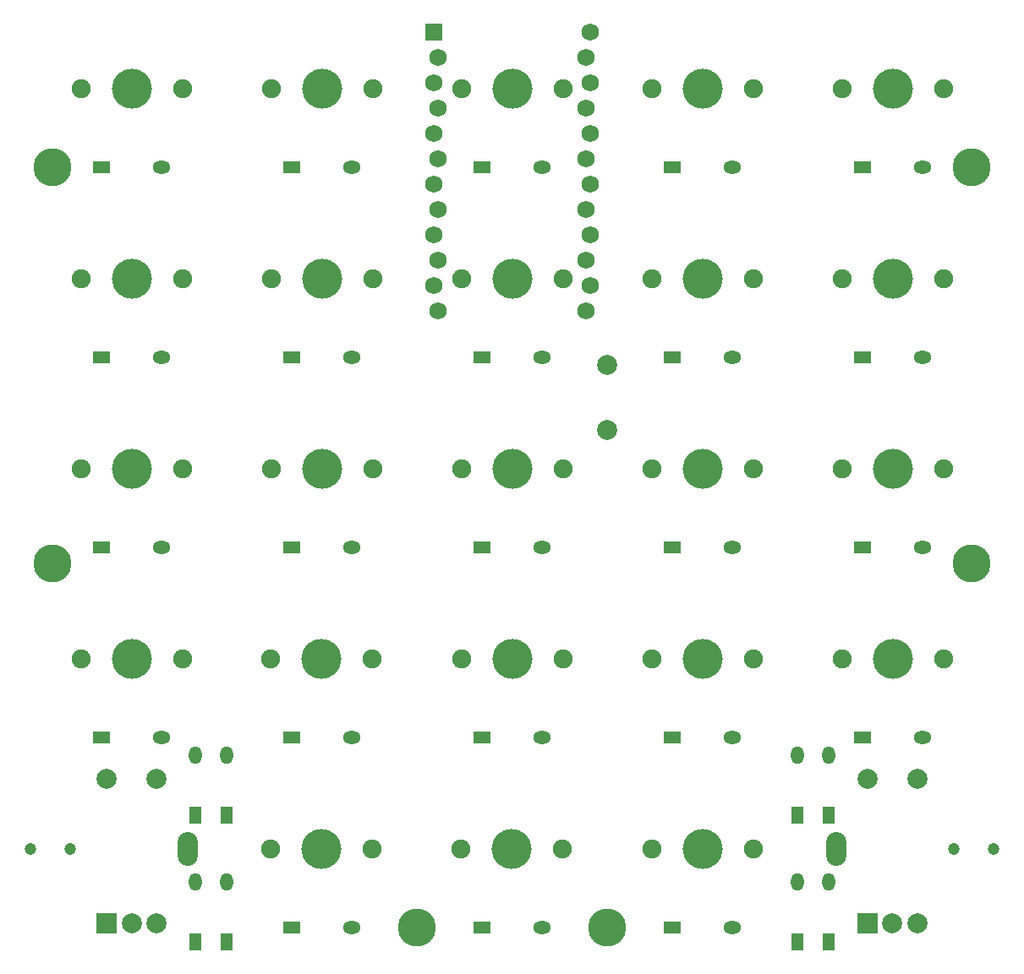
<source format=gts>
G04 #@! TF.GenerationSoftware,KiCad,Pcbnew,(6.0.7)*
G04 #@! TF.CreationDate,2022-09-23T02:39:01+09:00*
G04 #@! TF.ProjectId,xipher_kbd_nohot,78697068-6572-45f6-9b62-645f6e6f686f,rev?*
G04 #@! TF.SameCoordinates,Original*
G04 #@! TF.FileFunction,Soldermask,Top*
G04 #@! TF.FilePolarity,Negative*
%FSLAX46Y46*%
G04 Gerber Fmt 4.6, Leading zero omitted, Abs format (unit mm)*
G04 Created by KiCad (PCBNEW (6.0.7)) date 2022-09-23 02:39:01*
%MOMM*%
%LPD*%
G01*
G04 APERTURE LIST*
%ADD10R,1.752600X1.752600*%
%ADD11C,1.752600*%
%ADD12C,1.900000*%
%ADD13C,4.000000*%
%ADD14C,3.800000*%
%ADD15R,2.000000X2.000000*%
%ADD16C,2.000000*%
%ADD17O,2.000000X3.400000*%
%ADD18R,1.300000X1.778000*%
%ADD19O,1.300000X1.778000*%
%ADD20R,1.778000X1.300000*%
%ADD21O,1.778000X1.300000*%
%ADD22C,1.200000*%
G04 APERTURE END LIST*
D10*
X73113900Y-37229200D03*
D11*
X73571100Y-39769200D03*
X73113900Y-42309200D03*
X73571100Y-44849200D03*
X73113900Y-47389200D03*
X73571100Y-49929200D03*
X73113900Y-52469200D03*
X73571100Y-55009200D03*
X73113900Y-57549200D03*
X73571100Y-60089200D03*
X73113900Y-62629200D03*
X73571100Y-65169200D03*
X88353900Y-65169200D03*
X88811100Y-62629200D03*
X88353900Y-60089200D03*
X88811100Y-57549200D03*
X88353900Y-55009200D03*
X88811100Y-52469200D03*
X88353900Y-49929200D03*
X88811100Y-47389200D03*
X88353900Y-44849200D03*
X88811100Y-42309200D03*
X88353900Y-39769200D03*
X88811100Y-37229200D03*
D12*
X86042500Y-100012500D03*
X75882500Y-100012500D03*
D13*
X80962500Y-100012500D03*
D12*
X37782500Y-61912500D03*
D13*
X42862500Y-61912500D03*
D12*
X47942500Y-61912500D03*
D14*
X127000000Y-90487500D03*
D12*
X124142500Y-42862500D03*
D13*
X119062500Y-42862500D03*
D12*
X113982500Y-42862500D03*
D14*
X127000000Y-50800000D03*
X34925000Y-50800000D03*
D12*
X47942500Y-42862500D03*
X37782500Y-42862500D03*
D13*
X42862500Y-42862500D03*
X119062500Y-61912500D03*
D12*
X113982500Y-61912500D03*
X124142500Y-61912500D03*
D13*
X100012500Y-61912500D03*
D12*
X94932500Y-61912500D03*
X105092500Y-61912500D03*
X94932500Y-80962500D03*
X105092500Y-80962500D03*
D13*
X100012500Y-80962500D03*
D14*
X71437500Y-127000000D03*
D12*
X94932500Y-42862500D03*
X105092500Y-42862500D03*
D13*
X100012500Y-42862500D03*
X61880000Y-100012500D03*
D12*
X66960000Y-100012500D03*
X56800000Y-100012500D03*
D14*
X90487500Y-127000000D03*
D13*
X80961400Y-119062500D03*
D12*
X75881400Y-119062500D03*
X86041400Y-119062500D03*
X105092500Y-119062500D03*
X94932500Y-119062500D03*
D13*
X100012500Y-119062500D03*
D12*
X75882500Y-42862500D03*
D13*
X80962500Y-42862500D03*
D12*
X86042500Y-42862500D03*
X94932500Y-100012500D03*
D13*
X100012500Y-100012500D03*
D12*
X105092500Y-100012500D03*
D13*
X61912500Y-61912500D03*
D12*
X66992500Y-61912500D03*
X56832500Y-61912500D03*
D15*
X116537500Y-126562500D03*
D16*
X121537500Y-126562500D03*
X119037500Y-126562500D03*
D17*
X113437500Y-119062500D03*
D16*
X121537500Y-112062500D03*
X116537500Y-112062500D03*
D12*
X37782500Y-80962500D03*
D13*
X42862500Y-80962500D03*
D12*
X47942500Y-80962500D03*
X124142500Y-100012500D03*
X113982500Y-100012500D03*
D13*
X119062500Y-100012500D03*
X61912500Y-80962500D03*
D12*
X66992500Y-80962500D03*
X56832500Y-80962500D03*
D14*
X34925000Y-90487500D03*
D12*
X66991400Y-119062500D03*
X56831400Y-119062500D03*
D13*
X61911400Y-119062500D03*
X61912500Y-42862500D03*
D12*
X66992500Y-42862500D03*
X56832500Y-42862500D03*
X47942500Y-100012500D03*
X37782500Y-100012500D03*
D13*
X42862500Y-100012500D03*
D12*
X75882500Y-80962500D03*
X86042500Y-80962500D03*
D13*
X80962500Y-80962500D03*
X80962500Y-61912500D03*
D12*
X75882500Y-61912500D03*
X86042500Y-61912500D03*
D13*
X119062500Y-80962500D03*
D12*
X113982500Y-80962500D03*
X124142500Y-80962500D03*
D15*
X40362500Y-126562500D03*
D16*
X45362500Y-126562500D03*
X42862500Y-126562500D03*
D17*
X48462500Y-119062500D03*
D16*
X45362500Y-112062500D03*
X40362500Y-112062500D03*
D18*
X109512500Y-128412500D03*
D19*
X109512500Y-122412500D03*
D20*
X58912500Y-50800000D03*
D21*
X64912500Y-50800000D03*
D18*
X109512500Y-115712500D03*
D19*
X109512500Y-109712500D03*
D16*
X90487500Y-70568700D03*
X90487500Y-77068700D03*
D20*
X77962500Y-127000000D03*
D21*
X83962500Y-127000000D03*
D20*
X97012500Y-50800000D03*
D21*
X103012500Y-50800000D03*
D18*
X49212500Y-115712500D03*
D19*
X49212500Y-109712500D03*
D20*
X116062500Y-88900000D03*
D21*
X122062500Y-88900000D03*
D20*
X116062500Y-107950000D03*
D21*
X122062500Y-107950000D03*
D20*
X97012500Y-107950000D03*
D21*
X103012500Y-107950000D03*
D20*
X39862500Y-50800000D03*
D21*
X45862500Y-50800000D03*
D22*
X129162500Y-119062500D03*
X125162500Y-119062500D03*
D20*
X77962500Y-50800000D03*
D21*
X83962500Y-50800000D03*
D20*
X39862500Y-88900000D03*
D21*
X45862500Y-88900000D03*
D20*
X77962500Y-88900000D03*
D21*
X83962500Y-88900000D03*
D18*
X49212500Y-128412500D03*
D19*
X49212500Y-122412500D03*
D20*
X77962500Y-69850000D03*
D21*
X83962500Y-69850000D03*
D22*
X32737500Y-119062500D03*
X36737500Y-119062500D03*
D18*
X112687500Y-115712500D03*
D19*
X112687500Y-109712500D03*
D20*
X97012500Y-127000000D03*
D21*
X103012500Y-127000000D03*
D20*
X97012500Y-69850000D03*
D21*
X103012500Y-69850000D03*
D20*
X58912500Y-107950000D03*
D21*
X64912500Y-107950000D03*
D20*
X58912500Y-88900000D03*
D21*
X64912500Y-88900000D03*
D20*
X77962500Y-107950000D03*
D21*
X83962500Y-107950000D03*
D20*
X39862500Y-107950000D03*
D21*
X45862500Y-107950000D03*
D20*
X58912500Y-69850000D03*
D21*
X64912500Y-69850000D03*
D20*
X58912500Y-127000000D03*
D21*
X64912500Y-127000000D03*
D20*
X97012500Y-88900000D03*
D21*
X103012500Y-88900000D03*
D18*
X112687500Y-128412500D03*
D19*
X112687500Y-122412500D03*
D20*
X39862500Y-69850000D03*
D21*
X45862500Y-69850000D03*
D20*
X116062500Y-69850000D03*
D21*
X122062500Y-69850000D03*
D18*
X52387500Y-128412500D03*
D19*
X52387500Y-122412500D03*
D18*
X52387500Y-115712500D03*
D19*
X52387500Y-109712500D03*
D20*
X116062500Y-50800000D03*
D21*
X122062500Y-50800000D03*
M02*

</source>
